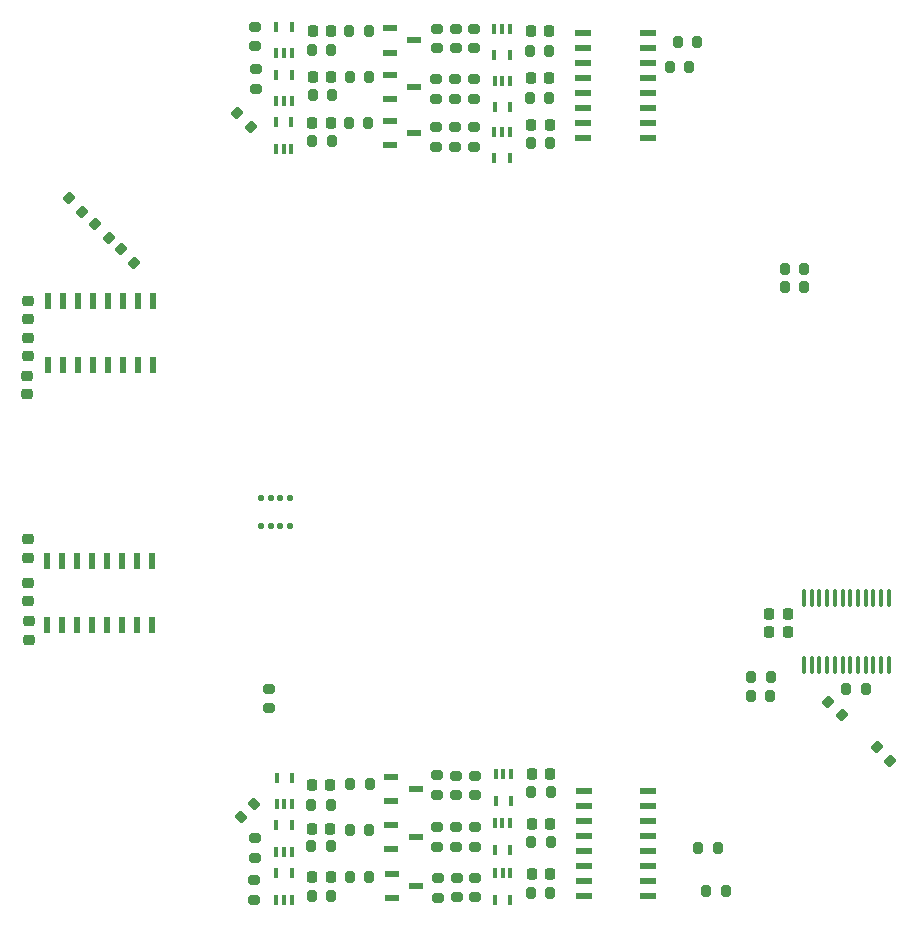
<source format=gtp>
%TF.GenerationSoftware,KiCad,Pcbnew,7.0.11*%
%TF.CreationDate,2024-03-28T06:20:15-04:00*%
%TF.ProjectId,Sensor-Board,53656e73-6f72-42d4-926f-6172642e6b69,rev?*%
%TF.SameCoordinates,Original*%
%TF.FileFunction,Paste,Top*%
%TF.FilePolarity,Positive*%
%FSLAX46Y46*%
G04 Gerber Fmt 4.6, Leading zero omitted, Abs format (unit mm)*
G04 Created by KiCad (PCBNEW 7.0.11) date 2024-03-28 06:20:15*
%MOMM*%
%LPD*%
G01*
G04 APERTURE LIST*
G04 Aperture macros list*
%AMRoundRect*
0 Rectangle with rounded corners*
0 $1 Rounding radius*
0 $2 $3 $4 $5 $6 $7 $8 $9 X,Y pos of 4 corners*
0 Add a 4 corners polygon primitive as box body*
4,1,4,$2,$3,$4,$5,$6,$7,$8,$9,$2,$3,0*
0 Add four circle primitives for the rounded corners*
1,1,$1+$1,$2,$3*
1,1,$1+$1,$4,$5*
1,1,$1+$1,$6,$7*
1,1,$1+$1,$8,$9*
0 Add four rect primitives between the rounded corners*
20,1,$1+$1,$2,$3,$4,$5,0*
20,1,$1+$1,$4,$5,$6,$7,0*
20,1,$1+$1,$6,$7,$8,$9,0*
20,1,$1+$1,$8,$9,$2,$3,0*%
G04 Aperture macros list end*
%ADD10RoundRect,0.225000X0.250000X-0.225000X0.250000X0.225000X-0.250000X0.225000X-0.250000X-0.225000X0*%
%ADD11RoundRect,0.225000X0.225000X0.250000X-0.225000X0.250000X-0.225000X-0.250000X0.225000X-0.250000X0*%
%ADD12RoundRect,0.200000X-0.200000X-0.275000X0.200000X-0.275000X0.200000X0.275000X-0.200000X0.275000X0*%
%ADD13RoundRect,0.200000X0.200000X0.275000X-0.200000X0.275000X-0.200000X-0.275000X0.200000X-0.275000X0*%
%ADD14RoundRect,0.200000X-0.275000X0.200000X-0.275000X-0.200000X0.275000X-0.200000X0.275000X0.200000X0*%
%ADD15RoundRect,0.200000X0.275000X-0.200000X0.275000X0.200000X-0.275000X0.200000X-0.275000X-0.200000X0*%
%ADD16R,0.558800X1.460500*%
%ADD17R,0.304800X0.850900*%
%ADD18RoundRect,0.200000X0.053033X-0.335876X0.335876X-0.053033X-0.053033X0.335876X-0.335876X0.053033X0*%
%ADD19RoundRect,0.200000X-0.335876X-0.053033X-0.053033X-0.335876X0.335876X0.053033X0.053033X0.335876X0*%
%ADD20R,1.270000X0.558800*%
%ADD21R,1.460500X0.558800*%
%ADD22RoundRect,0.225000X-0.250000X0.225000X-0.250000X-0.225000X0.250000X-0.225000X0.250000X0.225000X0*%
%ADD23RoundRect,0.200000X0.335876X0.053033X0.053033X0.335876X-0.335876X-0.053033X-0.053033X-0.335876X0*%
%ADD24RoundRect,0.100000X0.100000X-0.637500X0.100000X0.637500X-0.100000X0.637500X-0.100000X-0.637500X0*%
%ADD25RoundRect,0.125000X-0.125000X-0.137500X0.125000X-0.137500X0.125000X0.137500X-0.125000X0.137500X0*%
G04 APERTURE END LIST*
D10*
%TO.C,C15*%
X100950000Y-83400000D03*
X100950000Y-81850000D03*
%TD*%
D11*
%TO.C,C21*%
X145150000Y-130400000D03*
X143600000Y-130400000D03*
%TD*%
D12*
%TO.C,R68*%
X143530000Y-131990000D03*
X145180000Y-131990000D03*
%TD*%
D13*
%TO.C,R22*%
X166675000Y-80700000D03*
X165025000Y-80700000D03*
%TD*%
D14*
%TO.C,R10*%
X137160000Y-58825000D03*
X137160000Y-60475000D03*
%TD*%
D11*
%TO.C,C2*%
X126583600Y-130671300D03*
X125033600Y-130671300D03*
%TD*%
D12*
%TO.C,R44*%
X125020000Y-68360000D03*
X126670000Y-68360000D03*
%TD*%
D15*
%TO.C,R41*%
X135600000Y-123670000D03*
X135600000Y-122020000D03*
%TD*%
%TO.C,R52*%
X137190000Y-128080000D03*
X137190000Y-126430000D03*
%TD*%
D16*
%TO.C,U5*%
X102650000Y-87298300D03*
X103920000Y-87298300D03*
X105190000Y-87298300D03*
X106460000Y-87298300D03*
X107730000Y-87298300D03*
X109000000Y-87298300D03*
X110270000Y-87298300D03*
X111540000Y-87298300D03*
X111540000Y-81850000D03*
X110270000Y-81850000D03*
X109000000Y-81850000D03*
X107730000Y-81850000D03*
X106460000Y-81850000D03*
X105190000Y-81850000D03*
X103920000Y-81850000D03*
X102650000Y-81850000D03*
%TD*%
D17*
%TO.C,U9*%
X122000000Y-60887900D03*
X122649986Y-60887900D03*
X123299972Y-60887900D03*
X123299985Y-58640000D03*
X121999987Y-58640000D03*
%TD*%
D15*
%TO.C,R35*%
X138710000Y-64740000D03*
X138710000Y-63090000D03*
%TD*%
D17*
%TO.C,U11*%
X122000013Y-64940000D03*
X122649999Y-64940000D03*
X123299985Y-64940000D03*
X123299998Y-62692100D03*
X122000000Y-62692100D03*
%TD*%
D18*
%TO.C,R55*%
X118966637Y-125583363D03*
X120133363Y-124416637D03*
%TD*%
D19*
%TO.C,R23*%
X108800000Y-77500000D03*
X109966726Y-78666726D03*
%TD*%
D13*
%TO.C,R5*%
X126650000Y-132240000D03*
X125000000Y-132240000D03*
%TD*%
D20*
%TO.C,U15*%
X131600000Y-58770000D03*
X131600000Y-60827400D03*
X133682800Y-59798700D03*
%TD*%
D15*
%TO.C,R4*%
X120083600Y-132571300D03*
X120083600Y-130921300D03*
%TD*%
D12*
%TO.C,R16*%
X162150000Y-115300000D03*
X163800000Y-115300000D03*
%TD*%
D13*
%TO.C,R45*%
X129825000Y-59000000D03*
X128175000Y-59000000D03*
%TD*%
D15*
%TO.C,R17*%
X121350000Y-116350000D03*
X121350000Y-114700000D03*
%TD*%
D12*
%TO.C,R19*%
X157725000Y-128200000D03*
X159375000Y-128200000D03*
%TD*%
D21*
%TO.C,U18*%
X147981700Y-59140000D03*
X147981700Y-60410000D03*
X147981700Y-61680000D03*
X147981700Y-62950000D03*
X147981700Y-64220000D03*
X147981700Y-65490000D03*
X147981700Y-66760000D03*
X147981700Y-68030000D03*
X153430000Y-68030000D03*
X153430000Y-66760000D03*
X153430000Y-65490000D03*
X153430000Y-64220000D03*
X153430000Y-62950000D03*
X153430000Y-61680000D03*
X153430000Y-60410000D03*
X153430000Y-59140000D03*
%TD*%
D10*
%TO.C,C4*%
X101050000Y-110550000D03*
X101050000Y-109000000D03*
%TD*%
D13*
%TO.C,R58*%
X163850000Y-113675000D03*
X162200000Y-113675000D03*
%TD*%
%TO.C,R6*%
X129858600Y-130671300D03*
X128208600Y-130671300D03*
%TD*%
D22*
%TO.C,C8*%
X100950000Y-102050000D03*
X100950000Y-103600000D03*
%TD*%
D15*
%TO.C,R42*%
X135600000Y-128090000D03*
X135600000Y-126440000D03*
%TD*%
D13*
%TO.C,R47*%
X129860000Y-62870000D03*
X128210000Y-62870000D03*
%TD*%
D12*
%TO.C,R26*%
X155975000Y-59975000D03*
X157625000Y-59975000D03*
%TD*%
D17*
%TO.C,U24*%
X141749972Y-58802100D03*
X141099986Y-58802100D03*
X140450000Y-58802100D03*
X140449987Y-61050000D03*
X141749985Y-61050000D03*
%TD*%
D11*
%TO.C,C10*%
X145075000Y-63000000D03*
X143525000Y-63000000D03*
%TD*%
D13*
%TO.C,R57*%
X129908600Y-122771300D03*
X128258600Y-122771300D03*
%TD*%
D11*
%TO.C,C20*%
X126533600Y-122821300D03*
X124983600Y-122821300D03*
%TD*%
D17*
%TO.C,U21*%
X141779985Y-126100000D03*
X141129999Y-126100000D03*
X140480013Y-126100000D03*
X140480000Y-128347900D03*
X141779998Y-128347900D03*
%TD*%
D13*
%TO.C,R40*%
X126650000Y-60600000D03*
X125000000Y-60600000D03*
%TD*%
%TO.C,R25*%
X156950000Y-62075000D03*
X155300000Y-62075000D03*
%TD*%
D17*
%TO.C,U22*%
X141799972Y-130302100D03*
X141149986Y-130302100D03*
X140500000Y-130302100D03*
X140499987Y-132550000D03*
X141799985Y-132550000D03*
%TD*%
D22*
%TO.C,C5*%
X100980000Y-85010000D03*
X100980000Y-86560000D03*
%TD*%
D11*
%TO.C,C17*%
X165275000Y-108325000D03*
X163725000Y-108325000D03*
%TD*%
D14*
%TO.C,R50*%
X135540000Y-63090000D03*
X135540000Y-64740000D03*
%TD*%
D17*
%TO.C,U2*%
X121980015Y-128497900D03*
X122630001Y-128497900D03*
X123279987Y-128497900D03*
X123280000Y-126250000D03*
X121980002Y-126250000D03*
%TD*%
D21*
%TO.C,U4*%
X148000000Y-123310000D03*
X148000000Y-124580000D03*
X148000000Y-125850000D03*
X148000000Y-127120000D03*
X148000000Y-128390000D03*
X148000000Y-129660000D03*
X148000000Y-130930000D03*
X148000000Y-132200000D03*
X153448300Y-132200000D03*
X153448300Y-130930000D03*
X153448300Y-129660000D03*
X153448300Y-128390000D03*
X153448300Y-127120000D03*
X153448300Y-125850000D03*
X153448300Y-124580000D03*
X153448300Y-123310000D03*
%TD*%
D13*
%TO.C,R43*%
X126710000Y-64460000D03*
X125060000Y-64460000D03*
%TD*%
D15*
%TO.C,R37*%
X120190000Y-60290000D03*
X120190000Y-58640000D03*
%TD*%
D19*
%TO.C,R28*%
X172816637Y-119616637D03*
X173983363Y-120783363D03*
%TD*%
D13*
%TO.C,R30*%
X171875000Y-114725000D03*
X170225000Y-114725000D03*
%TD*%
D15*
%TO.C,R54*%
X138780000Y-128090000D03*
X138780000Y-126440000D03*
%TD*%
D17*
%TO.C,U12*%
X121960014Y-68970000D03*
X122610000Y-68970000D03*
X123259986Y-68970000D03*
X123259999Y-66722100D03*
X121960001Y-66722100D03*
%TD*%
D23*
%TO.C,R39*%
X119825000Y-67125000D03*
X118658274Y-65958274D03*
%TD*%
D17*
%TO.C,U8*%
X141749985Y-67552100D03*
X141099999Y-67552100D03*
X140450013Y-67552100D03*
X140450000Y-69800000D03*
X141749998Y-69800000D03*
%TD*%
D11*
%TO.C,C11*%
X145125000Y-66925000D03*
X143575000Y-66925000D03*
%TD*%
D14*
%TO.C,R12*%
X137110000Y-67155000D03*
X137110000Y-68805000D03*
%TD*%
%TO.C,R11*%
X137100000Y-63090000D03*
X137100000Y-64740000D03*
%TD*%
D15*
%TO.C,R38*%
X120250000Y-63910000D03*
X120250000Y-62260000D03*
%TD*%
D20*
%TO.C,U17*%
X131600000Y-66602600D03*
X131600000Y-68660000D03*
X133682800Y-67631300D03*
%TD*%
D12*
%TO.C,R7*%
X143555000Y-123410000D03*
X145205000Y-123410000D03*
%TD*%
D15*
%TO.C,R46*%
X135660000Y-132370000D03*
X135660000Y-130720000D03*
%TD*%
D11*
%TO.C,C14*%
X126590000Y-66780000D03*
X125040000Y-66780000D03*
%TD*%
%TO.C,C1*%
X126535000Y-126530000D03*
X124985000Y-126530000D03*
%TD*%
%TO.C,C7*%
X145100000Y-59000000D03*
X143550000Y-59000000D03*
%TD*%
%TO.C,C16*%
X165275000Y-109900000D03*
X163725000Y-109900000D03*
%TD*%
%TO.C,C3*%
X145155000Y-121890000D03*
X143605000Y-121890000D03*
%TD*%
D20*
%TO.C,U16*%
X131590000Y-62702600D03*
X131590000Y-64760000D03*
X133672800Y-63731300D03*
%TD*%
D12*
%TO.C,R15*%
X143525000Y-68525000D03*
X145175000Y-68525000D03*
%TD*%
D20*
%TO.C,U26*%
X131700000Y-122150000D03*
X131700000Y-124207400D03*
X133782800Y-123178700D03*
%TD*%
D16*
%TO.C,U25*%
X111490000Y-103851700D03*
X110220000Y-103851700D03*
X108950000Y-103851700D03*
X107680000Y-103851700D03*
X106410000Y-103851700D03*
X105140000Y-103851700D03*
X103870000Y-103851700D03*
X102600000Y-103851700D03*
X102600000Y-109300000D03*
X103870000Y-109300000D03*
X105140000Y-109300000D03*
X106410000Y-109300000D03*
X107680000Y-109300000D03*
X108950000Y-109300000D03*
X110220000Y-109300000D03*
X111490000Y-109300000D03*
%TD*%
D13*
%TO.C,R56*%
X126608600Y-124571300D03*
X124958600Y-124571300D03*
%TD*%
D15*
%TO.C,R69*%
X138820000Y-132365000D03*
X138820000Y-130715000D03*
%TD*%
D10*
%TO.C,C9*%
X101000000Y-107275000D03*
X101000000Y-105725000D03*
%TD*%
D15*
%TO.C,R18*%
X138720000Y-60485000D03*
X138720000Y-58835000D03*
%TD*%
D20*
%TO.C,U19*%
X131700000Y-126230000D03*
X131700000Y-128287400D03*
X133782800Y-127258700D03*
%TD*%
D12*
%TO.C,R20*%
X158375000Y-131825000D03*
X160025000Y-131825000D03*
%TD*%
D15*
%TO.C,R51*%
X135525000Y-68790000D03*
X135525000Y-67140000D03*
%TD*%
%TO.C,R9*%
X138820000Y-123690000D03*
X138820000Y-122040000D03*
%TD*%
D17*
%TO.C,U1*%
X122010014Y-124490000D03*
X122660000Y-124490000D03*
X123309986Y-124490000D03*
X123309999Y-122242100D03*
X122010001Y-122242100D03*
%TD*%
D13*
%TO.C,R2*%
X126585000Y-128050000D03*
X124935000Y-128050000D03*
%TD*%
D19*
%TO.C,R24*%
X106625000Y-75350000D03*
X107791726Y-76516726D03*
%TD*%
D11*
%TO.C,C19*%
X145175000Y-126160000D03*
X143625000Y-126160000D03*
%TD*%
D12*
%TO.C,R21*%
X165025000Y-79125000D03*
X166675000Y-79125000D03*
%TD*%
D19*
%TO.C,R29*%
X168716637Y-115791637D03*
X169883363Y-116958363D03*
%TD*%
D17*
%TO.C,U7*%
X141779987Y-63202100D03*
X141130001Y-63202100D03*
X140480015Y-63202100D03*
X140480002Y-65450000D03*
X141780000Y-65450000D03*
%TD*%
D11*
%TO.C,C12*%
X126625000Y-59000000D03*
X125075000Y-59000000D03*
%TD*%
D13*
%TO.C,R3*%
X129833600Y-126671300D03*
X128183600Y-126671300D03*
%TD*%
D15*
%TO.C,R36*%
X138690000Y-68820000D03*
X138690000Y-67170000D03*
%TD*%
D10*
%TO.C,C6*%
X100920000Y-89750000D03*
X100920000Y-88200000D03*
%TD*%
D17*
%TO.C,U3*%
X121983615Y-132571300D03*
X122633601Y-132571300D03*
X123283587Y-132571300D03*
X123283600Y-130323400D03*
X121983602Y-130323400D03*
%TD*%
%TO.C,U14*%
X141849985Y-121940000D03*
X141199999Y-121940000D03*
X140550013Y-121940000D03*
X140550000Y-124187900D03*
X141849998Y-124187900D03*
%TD*%
D12*
%TO.C,R14*%
X143465000Y-64680000D03*
X145115000Y-64680000D03*
%TD*%
D20*
%TO.C,U20*%
X131742200Y-130371300D03*
X131742200Y-132428700D03*
X133825000Y-131400000D03*
%TD*%
D12*
%TO.C,R53*%
X143580000Y-127690000D03*
X145230000Y-127690000D03*
%TD*%
D15*
%TO.C,R67*%
X137260000Y-132355000D03*
X137260000Y-130705000D03*
%TD*%
D14*
%TO.C,R49*%
X135565000Y-58825000D03*
X135565000Y-60475000D03*
%TD*%
D24*
%TO.C,U32*%
X166675000Y-112700000D03*
X167325000Y-112700000D03*
X167975000Y-112700000D03*
X168625000Y-112700000D03*
X169275000Y-112700000D03*
X169925000Y-112700000D03*
X170575000Y-112700000D03*
X171225000Y-112700000D03*
X171875000Y-112700000D03*
X172525000Y-112700000D03*
X173175000Y-112700000D03*
X173825000Y-112700000D03*
X173825000Y-106975000D03*
X173175000Y-106975000D03*
X172525000Y-106975000D03*
X171875000Y-106975000D03*
X171225000Y-106975000D03*
X170575000Y-106975000D03*
X169925000Y-106975000D03*
X169275000Y-106975000D03*
X168625000Y-106975000D03*
X167975000Y-106975000D03*
X167325000Y-106975000D03*
X166675000Y-106975000D03*
%TD*%
D11*
%TO.C,C13*%
X126645000Y-62860000D03*
X125095000Y-62860000D03*
%TD*%
D15*
%TO.C,R1*%
X120150000Y-128995000D03*
X120150000Y-127345000D03*
%TD*%
D14*
%TO.C,R8*%
X137210000Y-122050000D03*
X137210000Y-123700000D03*
%TD*%
D25*
%TO.C,U6*%
X120720000Y-98535000D03*
X121520000Y-98535000D03*
X122320000Y-98535000D03*
X123120000Y-98535000D03*
X123120000Y-100910000D03*
X122320000Y-100910000D03*
X121520000Y-100910000D03*
X120720000Y-100910000D03*
%TD*%
D19*
%TO.C,R27*%
X104400000Y-73175000D03*
X105566726Y-74341726D03*
%TD*%
D13*
%TO.C,R48*%
X129750000Y-66790000D03*
X128100000Y-66790000D03*
%TD*%
D12*
%TO.C,R13*%
X143465000Y-60680000D03*
X145115000Y-60680000D03*
%TD*%
M02*

</source>
